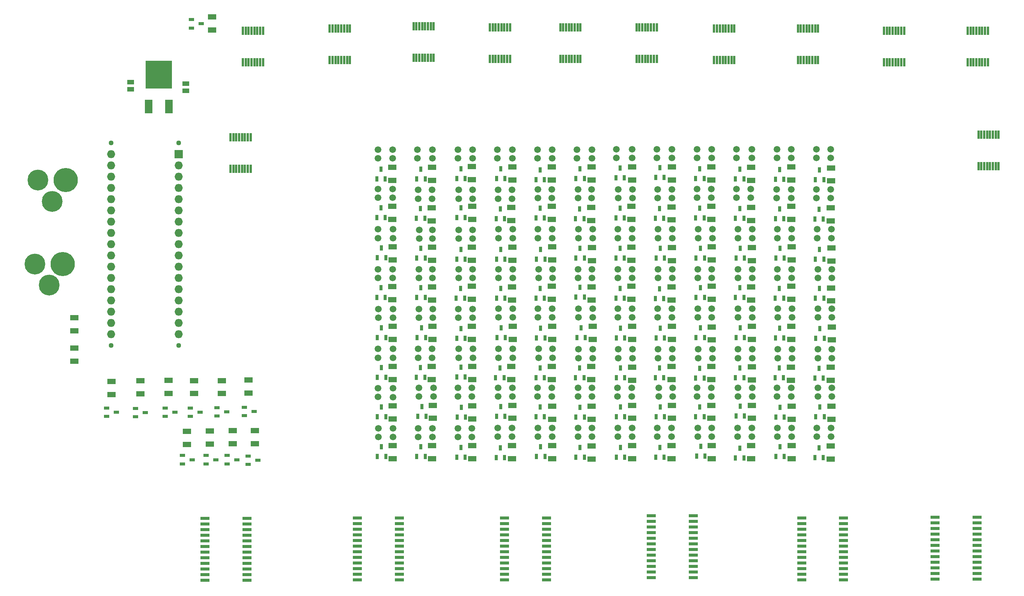
<source format=gbr>
%TF.GenerationSoftware,KiCad,Pcbnew,(5.1.6)-1*%
%TF.CreationDate,2021-11-11T13:14:54-05:00*%
%TF.ProjectId,ThermoPlate2_v1,54686572-6d6f-4506-9c61-7465325f7631,rev?*%
%TF.SameCoordinates,Original*%
%TF.FileFunction,Soldermask,Top*%
%TF.FilePolarity,Negative*%
%FSLAX46Y46*%
G04 Gerber Fmt 4.6, Leading zero omitted, Abs format (unit mm)*
G04 Created by KiCad (PCBNEW (5.1.6)-1) date 2021-11-11 13:14:54*
%MOMM*%
%LPD*%
G01*
G04 APERTURE LIST*
%ADD10R,1.852600X1.217600*%
%ADD11R,0.550000X1.900000*%
%ADD12R,1.490000X1.060000*%
%ADD13R,1.700000X3.100000*%
%ADD14R,5.900000X6.300000*%
%ADD15R,2.050000X0.750000*%
%ADD16C,5.460000*%
%ADD17C,4.700000*%
%ADD18C,1.500000*%
%ADD19C,1.116000*%
%ADD20O,1.827200X1.827200*%
%ADD21R,1.827200X1.827200*%
%ADD22R,1.150000X0.700000*%
%ADD23R,0.700000X1.150000*%
G04 APERTURE END LIST*
D10*
%TO.C,R109*%
X40800000Y-109226800D03*
X40800000Y-112173200D03*
%TD*%
%TO.C,R108*%
X40800000Y-102326800D03*
X40800000Y-105273200D03*
%TD*%
D11*
%TO.C,IC10*%
X150425000Y-43950000D03*
X151075000Y-43950000D03*
X151725000Y-43950000D03*
X152375000Y-43950000D03*
X153025000Y-43950000D03*
X153675000Y-43950000D03*
X154325000Y-43950000D03*
X154975000Y-43950000D03*
X154975000Y-36850000D03*
X154325000Y-36850000D03*
X153675000Y-36850000D03*
X153025000Y-36850000D03*
X152375000Y-36850000D03*
X151725000Y-36850000D03*
X151075000Y-36850000D03*
X150425000Y-36850000D03*
%TD*%
%TO.C,IC11*%
X167625000Y-36850000D03*
X168275000Y-36850000D03*
X168925000Y-36850000D03*
X169575000Y-36850000D03*
X170225000Y-36850000D03*
X170875000Y-36850000D03*
X171525000Y-36850000D03*
X172175000Y-36850000D03*
X172175000Y-43950000D03*
X171525000Y-43950000D03*
X170875000Y-43950000D03*
X170225000Y-43950000D03*
X169575000Y-43950000D03*
X168925000Y-43950000D03*
X168275000Y-43950000D03*
X167625000Y-43950000D03*
%TD*%
D10*
%TO.C,R36*%
X139600000Y-71273200D03*
X139600000Y-68326800D03*
%TD*%
D12*
%TO.C,C1*%
X66000000Y-51090000D03*
X66000000Y-49510000D03*
%TD*%
%TO.C,C2*%
X53500000Y-49210000D03*
X53500000Y-50790000D03*
%TD*%
D13*
%TO.C,IC1*%
X57615000Y-54679000D03*
X62185000Y-54679000D03*
D14*
X59900000Y-47500000D03*
%TD*%
D11*
%TO.C,IC2*%
X76025000Y-61650000D03*
X76675000Y-61650000D03*
X77325000Y-61650000D03*
X77975000Y-61650000D03*
X78625000Y-61650000D03*
X79275000Y-61650000D03*
X79925000Y-61650000D03*
X80575000Y-61650000D03*
X80575000Y-68750000D03*
X79925000Y-68750000D03*
X79275000Y-68750000D03*
X78625000Y-68750000D03*
X77975000Y-68750000D03*
X77325000Y-68750000D03*
X76675000Y-68750000D03*
X76025000Y-68750000D03*
%TD*%
D15*
%TO.C,IC3*%
X70275000Y-147615000D03*
X70275000Y-148885000D03*
X70275000Y-150155000D03*
X70275000Y-151425000D03*
X70275000Y-152695000D03*
X70275000Y-153965000D03*
X70275000Y-155235000D03*
X70275000Y-156505000D03*
X70275000Y-157775000D03*
X70275000Y-159045000D03*
X70275000Y-160315000D03*
X70275000Y-161585000D03*
X79725000Y-161585000D03*
X79725000Y-160315000D03*
X79725000Y-159045000D03*
X79725000Y-157775000D03*
X79725000Y-156505000D03*
X79725000Y-155235000D03*
X79725000Y-153965000D03*
X79725000Y-152695000D03*
X79725000Y-151425000D03*
X79725000Y-150155000D03*
X79725000Y-148885000D03*
X79725000Y-147615000D03*
%TD*%
D11*
%TO.C,IC4*%
X78825000Y-37550000D03*
X79475000Y-37550000D03*
X80125000Y-37550000D03*
X80775000Y-37550000D03*
X81425000Y-37550000D03*
X82075000Y-37550000D03*
X82725000Y-37550000D03*
X83375000Y-37550000D03*
X83375000Y-44650000D03*
X82725000Y-44650000D03*
X82075000Y-44650000D03*
X81425000Y-44650000D03*
X80775000Y-44650000D03*
X80125000Y-44650000D03*
X79475000Y-44650000D03*
X78825000Y-44650000D03*
%TD*%
%TO.C,IC5*%
X98425000Y-44150000D03*
X99075000Y-44150000D03*
X99725000Y-44150000D03*
X100375000Y-44150000D03*
X101025000Y-44150000D03*
X101675000Y-44150000D03*
X102325000Y-44150000D03*
X102975000Y-44150000D03*
X102975000Y-37050000D03*
X102325000Y-37050000D03*
X101675000Y-37050000D03*
X101025000Y-37050000D03*
X100375000Y-37050000D03*
X99725000Y-37050000D03*
X99075000Y-37050000D03*
X98425000Y-37050000D03*
%TD*%
D15*
%TO.C,IC6*%
X114125000Y-147515000D03*
X114125000Y-148785000D03*
X114125000Y-150055000D03*
X114125000Y-151325000D03*
X114125000Y-152595000D03*
X114125000Y-153865000D03*
X114125000Y-155135000D03*
X114125000Y-156405000D03*
X114125000Y-157675000D03*
X114125000Y-158945000D03*
X114125000Y-160215000D03*
X114125000Y-161485000D03*
X104675000Y-161485000D03*
X104675000Y-160215000D03*
X104675000Y-158945000D03*
X104675000Y-157675000D03*
X104675000Y-156405000D03*
X104675000Y-155135000D03*
X104675000Y-153865000D03*
X104675000Y-152595000D03*
X104675000Y-151325000D03*
X104675000Y-150055000D03*
X104675000Y-148785000D03*
X104675000Y-147515000D03*
%TD*%
D11*
%TO.C,IC7*%
X117325000Y-36550000D03*
X117975000Y-36550000D03*
X118625000Y-36550000D03*
X119275000Y-36550000D03*
X119925000Y-36550000D03*
X120575000Y-36550000D03*
X121225000Y-36550000D03*
X121875000Y-36550000D03*
X121875000Y-43650000D03*
X121225000Y-43650000D03*
X120575000Y-43650000D03*
X119925000Y-43650000D03*
X119275000Y-43650000D03*
X118625000Y-43650000D03*
X117975000Y-43650000D03*
X117325000Y-43650000D03*
%TD*%
%TO.C,IC8*%
X134525000Y-43950000D03*
X135175000Y-43950000D03*
X135825000Y-43950000D03*
X136475000Y-43950000D03*
X137125000Y-43950000D03*
X137775000Y-43950000D03*
X138425000Y-43950000D03*
X139075000Y-43950000D03*
X139075000Y-36850000D03*
X138425000Y-36850000D03*
X137775000Y-36850000D03*
X137125000Y-36850000D03*
X136475000Y-36850000D03*
X135825000Y-36850000D03*
X135175000Y-36850000D03*
X134525000Y-36850000D03*
%TD*%
D15*
%TO.C,IC9*%
X147325000Y-147515000D03*
X147325000Y-148785000D03*
X147325000Y-150055000D03*
X147325000Y-151325000D03*
X147325000Y-152595000D03*
X147325000Y-153865000D03*
X147325000Y-155135000D03*
X147325000Y-156405000D03*
X147325000Y-157675000D03*
X147325000Y-158945000D03*
X147325000Y-160215000D03*
X147325000Y-161485000D03*
X137875000Y-161485000D03*
X137875000Y-160215000D03*
X137875000Y-158945000D03*
X137875000Y-157675000D03*
X137875000Y-156405000D03*
X137875000Y-155135000D03*
X137875000Y-153865000D03*
X137875000Y-152595000D03*
X137875000Y-151325000D03*
X137875000Y-150055000D03*
X137875000Y-148785000D03*
X137875000Y-147515000D03*
%TD*%
%TO.C,IC12*%
X170975000Y-147015000D03*
X170975000Y-148285000D03*
X170975000Y-149555000D03*
X170975000Y-150825000D03*
X170975000Y-152095000D03*
X170975000Y-153365000D03*
X170975000Y-154635000D03*
X170975000Y-155905000D03*
X170975000Y-157175000D03*
X170975000Y-158445000D03*
X170975000Y-159715000D03*
X170975000Y-160985000D03*
X180425000Y-160985000D03*
X180425000Y-159715000D03*
X180425000Y-158445000D03*
X180425000Y-157175000D03*
X180425000Y-155905000D03*
X180425000Y-154635000D03*
X180425000Y-153365000D03*
X180425000Y-152095000D03*
X180425000Y-150825000D03*
X180425000Y-149555000D03*
X180425000Y-148285000D03*
X180425000Y-147015000D03*
%TD*%
D11*
%TO.C,IC13*%
X185125000Y-37050000D03*
X185775000Y-37050000D03*
X186425000Y-37050000D03*
X187075000Y-37050000D03*
X187725000Y-37050000D03*
X188375000Y-37050000D03*
X189025000Y-37050000D03*
X189675000Y-37050000D03*
X189675000Y-44150000D03*
X189025000Y-44150000D03*
X188375000Y-44150000D03*
X187725000Y-44150000D03*
X187075000Y-44150000D03*
X186425000Y-44150000D03*
X185775000Y-44150000D03*
X185125000Y-44150000D03*
%TD*%
%TO.C,IC14*%
X204025000Y-37050000D03*
X204675000Y-37050000D03*
X205325000Y-37050000D03*
X205975000Y-37050000D03*
X206625000Y-37050000D03*
X207275000Y-37050000D03*
X207925000Y-37050000D03*
X208575000Y-37050000D03*
X208575000Y-44150000D03*
X207925000Y-44150000D03*
X207275000Y-44150000D03*
X206625000Y-44150000D03*
X205975000Y-44150000D03*
X205325000Y-44150000D03*
X204675000Y-44150000D03*
X204025000Y-44150000D03*
%TD*%
D15*
%TO.C,IC15*%
X204875000Y-147515000D03*
X204875000Y-148785000D03*
X204875000Y-150055000D03*
X204875000Y-151325000D03*
X204875000Y-152595000D03*
X204875000Y-153865000D03*
X204875000Y-155135000D03*
X204875000Y-156405000D03*
X204875000Y-157675000D03*
X204875000Y-158945000D03*
X204875000Y-160215000D03*
X204875000Y-161485000D03*
X214325000Y-161485000D03*
X214325000Y-160215000D03*
X214325000Y-158945000D03*
X214325000Y-157675000D03*
X214325000Y-156405000D03*
X214325000Y-155135000D03*
X214325000Y-153865000D03*
X214325000Y-152595000D03*
X214325000Y-151325000D03*
X214325000Y-150055000D03*
X214325000Y-148785000D03*
X214325000Y-147515000D03*
%TD*%
D11*
%TO.C,IC16*%
X223425000Y-44650000D03*
X224075000Y-44650000D03*
X224725000Y-44650000D03*
X225375000Y-44650000D03*
X226025000Y-44650000D03*
X226675000Y-44650000D03*
X227325000Y-44650000D03*
X227975000Y-44650000D03*
X227975000Y-37550000D03*
X227325000Y-37550000D03*
X226675000Y-37550000D03*
X226025000Y-37550000D03*
X225375000Y-37550000D03*
X224725000Y-37550000D03*
X224075000Y-37550000D03*
X223425000Y-37550000D03*
%TD*%
%TO.C,IC17*%
X242325000Y-44650000D03*
X242975000Y-44650000D03*
X243625000Y-44650000D03*
X244275000Y-44650000D03*
X244925000Y-44650000D03*
X245575000Y-44650000D03*
X246225000Y-44650000D03*
X246875000Y-44650000D03*
X246875000Y-37550000D03*
X246225000Y-37550000D03*
X245575000Y-37550000D03*
X244925000Y-37550000D03*
X244275000Y-37550000D03*
X243625000Y-37550000D03*
X242975000Y-37550000D03*
X242325000Y-37550000D03*
%TD*%
D15*
%TO.C,IC18*%
X244425000Y-147415000D03*
X244425000Y-148685000D03*
X244425000Y-149955000D03*
X244425000Y-151225000D03*
X244425000Y-152495000D03*
X244425000Y-153765000D03*
X244425000Y-155035000D03*
X244425000Y-156305000D03*
X244425000Y-157575000D03*
X244425000Y-158845000D03*
X244425000Y-160115000D03*
X244425000Y-161385000D03*
X234975000Y-161385000D03*
X234975000Y-160115000D03*
X234975000Y-158845000D03*
X234975000Y-157575000D03*
X234975000Y-156305000D03*
X234975000Y-155035000D03*
X234975000Y-153765000D03*
X234975000Y-152495000D03*
X234975000Y-151225000D03*
X234975000Y-149955000D03*
X234975000Y-148685000D03*
X234975000Y-147415000D03*
%TD*%
D11*
%TO.C,IC19*%
X244750000Y-68100000D03*
X245400000Y-68100000D03*
X246050000Y-68100000D03*
X246700000Y-68100000D03*
X247350000Y-68100000D03*
X248000000Y-68100000D03*
X248650000Y-68100000D03*
X249300000Y-68100000D03*
X249300000Y-61000000D03*
X248650000Y-61000000D03*
X248000000Y-61000000D03*
X247350000Y-61000000D03*
X246700000Y-61000000D03*
X246050000Y-61000000D03*
X245400000Y-61000000D03*
X244750000Y-61000000D03*
%TD*%
D16*
%TO.C,J1*%
X38850000Y-71300000D03*
D17*
X32600000Y-71300000D03*
X35850000Y-76100000D03*
%TD*%
%TO.C,J2*%
X35150000Y-95000000D03*
X31900000Y-90200000D03*
D16*
X38150000Y-90200000D03*
%TD*%
D10*
%TO.C,R1*%
X49200000Y-119673200D03*
X49200000Y-116726800D03*
%TD*%
%TO.C,R2*%
X55700000Y-116600000D03*
X55700000Y-119546400D03*
%TD*%
%TO.C,R3*%
X62100000Y-119446400D03*
X62100000Y-116500000D03*
%TD*%
%TO.C,R4*%
X67800000Y-116526800D03*
X67800000Y-119473200D03*
%TD*%
%TO.C,R5*%
X74100000Y-119473200D03*
X74100000Y-116526800D03*
%TD*%
%TO.C,R6*%
X80100000Y-116426800D03*
X80100000Y-119373200D03*
%TD*%
%TO.C,R7*%
X66200000Y-130973200D03*
X66200000Y-128026800D03*
%TD*%
%TO.C,R8*%
X71400000Y-127926800D03*
X71400000Y-130873200D03*
%TD*%
%TO.C,R9*%
X76500000Y-130773200D03*
X76500000Y-127826800D03*
%TD*%
%TO.C,R10*%
X81500000Y-127826800D03*
X81500000Y-130773200D03*
%TD*%
%TO.C,R11*%
X112500000Y-71373200D03*
X112500000Y-68426800D03*
%TD*%
%TO.C,R12*%
X112500000Y-77226800D03*
X112500000Y-80173200D03*
%TD*%
%TO.C,R13*%
X112600000Y-86326800D03*
X112600000Y-89273200D03*
%TD*%
%TO.C,R14*%
X112500000Y-98273200D03*
X112500000Y-95326800D03*
%TD*%
%TO.C,R15*%
X112600000Y-104326800D03*
X112600000Y-107273200D03*
%TD*%
%TO.C,R16*%
X112600000Y-113326800D03*
X112600000Y-116273200D03*
%TD*%
%TO.C,R17*%
X112600000Y-125173200D03*
X112600000Y-122226800D03*
%TD*%
%TO.C,R18*%
X112600000Y-134173200D03*
X112600000Y-131226800D03*
%TD*%
%TO.C,R19*%
X71900000Y-37373200D03*
X71900000Y-34426800D03*
%TD*%
%TO.C,R20*%
X121500000Y-71373200D03*
X121500000Y-68426800D03*
%TD*%
%TO.C,R21*%
X121400000Y-77526800D03*
X121400000Y-80473200D03*
%TD*%
%TO.C,R22*%
X121500000Y-86426800D03*
X121500000Y-89373200D03*
%TD*%
%TO.C,R23*%
X121500000Y-98346400D03*
X121500000Y-95400000D03*
%TD*%
%TO.C,R24*%
X121600000Y-107273200D03*
X121600000Y-104326800D03*
%TD*%
%TO.C,R25*%
X121400000Y-116273200D03*
X121400000Y-113326800D03*
%TD*%
%TO.C,R26*%
X121700000Y-125073200D03*
X121700000Y-122126800D03*
%TD*%
%TO.C,R27*%
X121500000Y-131226800D03*
X121500000Y-134173200D03*
%TD*%
%TO.C,R28*%
X130500000Y-71173200D03*
X130500000Y-68226800D03*
%TD*%
%TO.C,R29*%
X130600000Y-77226800D03*
X130600000Y-80173200D03*
%TD*%
%TO.C,R30*%
X130500000Y-89373200D03*
X130500000Y-86426800D03*
%TD*%
%TO.C,R31*%
X130500000Y-95226800D03*
X130500000Y-98173200D03*
%TD*%
%TO.C,R32*%
X130500000Y-104326800D03*
X130500000Y-107273200D03*
%TD*%
%TO.C,R33*%
X130600000Y-113326800D03*
X130600000Y-116273200D03*
%TD*%
%TO.C,R34*%
X130600000Y-125173200D03*
X130600000Y-122226800D03*
%TD*%
%TO.C,R35*%
X130600000Y-131200000D03*
X130600000Y-134146400D03*
%TD*%
%TO.C,R37*%
X139400000Y-77426800D03*
X139400000Y-80373200D03*
%TD*%
%TO.C,R38*%
X139600000Y-86426800D03*
X139600000Y-89373200D03*
%TD*%
%TO.C,R39*%
X139500000Y-98373200D03*
X139500000Y-95426800D03*
%TD*%
%TO.C,R40*%
X139700000Y-107273200D03*
X139700000Y-104326800D03*
%TD*%
%TO.C,R41*%
X139400000Y-113326800D03*
X139400000Y-116273200D03*
%TD*%
%TO.C,R42*%
X139600000Y-122126800D03*
X139600000Y-125073200D03*
%TD*%
%TO.C,R43*%
X139500000Y-134173200D03*
X139500000Y-131226800D03*
%TD*%
%TO.C,R44*%
X148500000Y-71273200D03*
X148500000Y-68326800D03*
%TD*%
%TO.C,R45*%
X148500000Y-77226800D03*
X148500000Y-80173200D03*
%TD*%
%TO.C,R46*%
X148600000Y-86326800D03*
X148600000Y-89273200D03*
%TD*%
%TO.C,R47*%
X148500000Y-95226800D03*
X148500000Y-98173200D03*
%TD*%
%TO.C,R48*%
X148600000Y-107273200D03*
X148600000Y-104326800D03*
%TD*%
%TO.C,R49*%
X148500000Y-113326800D03*
X148500000Y-116273200D03*
%TD*%
%TO.C,R50*%
X148600000Y-122326800D03*
X148600000Y-125273200D03*
%TD*%
%TO.C,R51*%
X148600000Y-134173200D03*
X148600000Y-131226800D03*
%TD*%
%TO.C,R52*%
X157500000Y-71273200D03*
X157500000Y-68326800D03*
%TD*%
%TO.C,R53*%
X157400000Y-77426800D03*
X157400000Y-80373200D03*
%TD*%
%TO.C,R54*%
X157600000Y-86526800D03*
X157600000Y-89473200D03*
%TD*%
%TO.C,R55*%
X157500000Y-98373200D03*
X157500000Y-95426800D03*
%TD*%
%TO.C,R56*%
X157700000Y-107273200D03*
X157700000Y-104326800D03*
%TD*%
%TO.C,R57*%
X157400000Y-116273200D03*
X157400000Y-113326800D03*
%TD*%
%TO.C,R58*%
X157500000Y-125273200D03*
X157500000Y-122326800D03*
%TD*%
%TO.C,R59*%
X157500000Y-131300000D03*
X157500000Y-134246400D03*
%TD*%
%TO.C,R60*%
X166600000Y-68326800D03*
X166600000Y-71273200D03*
%TD*%
%TO.C,R61*%
X166500000Y-80173200D03*
X166500000Y-77226800D03*
%TD*%
%TO.C,R62*%
X166500000Y-86426800D03*
X166500000Y-89373200D03*
%TD*%
%TO.C,R63*%
X166500000Y-98173200D03*
X166500000Y-95226800D03*
%TD*%
%TO.C,R64*%
X166600000Y-107273200D03*
X166600000Y-104326800D03*
%TD*%
%TO.C,R65*%
X166600000Y-113526800D03*
X166600000Y-116473200D03*
%TD*%
%TO.C,R66*%
X166600000Y-122126800D03*
X166600000Y-125073200D03*
%TD*%
%TO.C,R67*%
X166600000Y-134173200D03*
X166600000Y-131226800D03*
%TD*%
%TO.C,R68*%
X175600000Y-71273200D03*
X175600000Y-68326800D03*
%TD*%
%TO.C,R69*%
X175500000Y-77326800D03*
X175500000Y-80273200D03*
%TD*%
%TO.C,R70*%
X175600000Y-86526800D03*
X175600000Y-89473200D03*
%TD*%
%TO.C,R71*%
X175500000Y-98346400D03*
X175500000Y-95400000D03*
%TD*%
%TO.C,R72*%
X175600000Y-104326800D03*
X175600000Y-107273200D03*
%TD*%
%TO.C,R73*%
X175500000Y-116313001D03*
X175500000Y-113366601D03*
%TD*%
%TO.C,R74*%
X175600000Y-125073200D03*
X175600000Y-122126800D03*
%TD*%
%TO.C,R75*%
X175500000Y-131226800D03*
X175500000Y-134173200D03*
%TD*%
%TO.C,R76*%
X184500000Y-68326800D03*
X184500000Y-71273200D03*
%TD*%
%TO.C,R77*%
X184500000Y-80173200D03*
X184500000Y-77226800D03*
%TD*%
%TO.C,R78*%
X184600000Y-89273200D03*
X184600000Y-86326800D03*
%TD*%
%TO.C,R79*%
X184600000Y-95226800D03*
X184600000Y-98173200D03*
%TD*%
%TO.C,R80*%
X184600000Y-104426800D03*
X184600000Y-107373200D03*
%TD*%
%TO.C,R81*%
X184500000Y-116273200D03*
X184500000Y-113326800D03*
%TD*%
%TO.C,R82*%
X184500000Y-125073200D03*
X184500000Y-122126800D03*
%TD*%
%TO.C,R83*%
X184600000Y-131226800D03*
X184600000Y-134173200D03*
%TD*%
%TO.C,R84*%
X193500000Y-68426800D03*
X193500000Y-71373200D03*
%TD*%
%TO.C,R85*%
X193500000Y-80373200D03*
X193500000Y-77426800D03*
%TD*%
%TO.C,R86*%
X193600000Y-89473200D03*
X193600000Y-86526800D03*
%TD*%
%TO.C,R87*%
X193500000Y-95426800D03*
X193500000Y-98373200D03*
%TD*%
%TO.C,R88*%
X193600000Y-104326800D03*
X193600000Y-107273200D03*
%TD*%
%TO.C,R89*%
X193600000Y-116373200D03*
X193600000Y-113426800D03*
%TD*%
%TO.C,R90*%
X193600000Y-125073200D03*
X193600000Y-122126800D03*
%TD*%
%TO.C,R91*%
X193500000Y-131226800D03*
X193500000Y-134173200D03*
%TD*%
%TO.C,R92*%
X202500000Y-68326800D03*
X202500000Y-71273200D03*
%TD*%
%TO.C,R93*%
X202500000Y-80173200D03*
X202500000Y-77226800D03*
%TD*%
%TO.C,R94*%
X202600000Y-89273200D03*
X202600000Y-86326800D03*
%TD*%
%TO.C,R95*%
X202500000Y-95226800D03*
X202500000Y-98173200D03*
%TD*%
%TO.C,R96*%
X202500000Y-104326800D03*
X202500000Y-107273200D03*
%TD*%
%TO.C,R97*%
X202400000Y-116473200D03*
X202400000Y-113526800D03*
%TD*%
%TO.C,R98*%
X202600000Y-125273200D03*
X202600000Y-122326800D03*
%TD*%
%TO.C,R99*%
X202600000Y-131226800D03*
X202600000Y-134173200D03*
%TD*%
%TO.C,R100*%
X211500000Y-68526800D03*
X211500000Y-71473200D03*
%TD*%
%TO.C,R101*%
X211400000Y-80473200D03*
X211400000Y-77526800D03*
%TD*%
%TO.C,R102*%
X211600000Y-89573200D03*
X211600000Y-86626800D03*
%TD*%
%TO.C,R103*%
X211500000Y-95626800D03*
X211500000Y-98573200D03*
%TD*%
%TO.C,R104*%
X211700000Y-104426800D03*
X211700000Y-107373200D03*
%TD*%
%TO.C,R105*%
X211400000Y-116473200D03*
X211400000Y-113526800D03*
%TD*%
%TO.C,R106*%
X211600000Y-125273200D03*
X211600000Y-122326800D03*
%TD*%
%TO.C,R107*%
X211400000Y-131326800D03*
X211400000Y-134273200D03*
%TD*%
D18*
%TO.C,RT1*%
X112605000Y-64393500D03*
X112605000Y-66362000D03*
%TD*%
%TO.C,RT2*%
X109305000Y-64393500D03*
X109305000Y-66362000D03*
%TD*%
%TO.C,RT3*%
X112605000Y-75262000D03*
X112605000Y-73293500D03*
%TD*%
%TO.C,RT4*%
X109305000Y-73293500D03*
X109305000Y-75262000D03*
%TD*%
%TO.C,RT5*%
X112705000Y-84362000D03*
X112705000Y-82393500D03*
%TD*%
%TO.C,RT6*%
X109305000Y-82393500D03*
X109305000Y-84362000D03*
%TD*%
%TO.C,RT7*%
X112605000Y-93362000D03*
X112605000Y-91393500D03*
%TD*%
%TO.C,RT8*%
X109305000Y-91393500D03*
X109305000Y-93362000D03*
%TD*%
%TO.C,RT9*%
X112705000Y-102362000D03*
X112705000Y-100393500D03*
%TD*%
%TO.C,RT10*%
X109405000Y-102362000D03*
X109405000Y-100393500D03*
%TD*%
%TO.C,RT11*%
X112700000Y-111362000D03*
X112700000Y-109393500D03*
%TD*%
%TO.C,RT12*%
X109305000Y-109393500D03*
X109305000Y-111362000D03*
%TD*%
%TO.C,RT13*%
X112705000Y-118293500D03*
X112705000Y-120262000D03*
%TD*%
%TO.C,RT14*%
X109305000Y-120200000D03*
X109305000Y-118231500D03*
%TD*%
%TO.C,RT15*%
X112700000Y-127331500D03*
X112700000Y-129300000D03*
%TD*%
%TO.C,RT16*%
X109405000Y-129262000D03*
X109405000Y-127293500D03*
%TD*%
%TO.C,RT17*%
X121605000Y-66362000D03*
X121605000Y-64393500D03*
%TD*%
%TO.C,RT18*%
X118205000Y-66362000D03*
X118205000Y-64393500D03*
%TD*%
%TO.C,RT19*%
X121505000Y-73493500D03*
X121505000Y-75462000D03*
%TD*%
%TO.C,RT20*%
X118405000Y-75462000D03*
X118405000Y-73493500D03*
%TD*%
%TO.C,RT21*%
X121605000Y-84462000D03*
X121605000Y-82493500D03*
%TD*%
%TO.C,RT22*%
X118605000Y-82493500D03*
X118605000Y-84462000D03*
%TD*%
%TO.C,RT23*%
X121605000Y-93362000D03*
X121605000Y-91393500D03*
%TD*%
%TO.C,RT24*%
X118505000Y-91393500D03*
X118505000Y-93362000D03*
%TD*%
%TO.C,RT25*%
X121705000Y-102362000D03*
X121705000Y-100393500D03*
%TD*%
%TO.C,RT26*%
X118505000Y-100393500D03*
X118505000Y-102362000D03*
%TD*%
%TO.C,RT27*%
X121505000Y-109393500D03*
X121505000Y-111362000D03*
%TD*%
%TO.C,RT28*%
X118405000Y-111362000D03*
X118405000Y-109393500D03*
%TD*%
%TO.C,RT29*%
X121805000Y-118193500D03*
X121805000Y-120162000D03*
%TD*%
%TO.C,RT30*%
X118505000Y-118193500D03*
X118505000Y-120162000D03*
%TD*%
%TO.C,RT31*%
X121605000Y-129262000D03*
X121605000Y-127293500D03*
%TD*%
%TO.C,RT32*%
X118405000Y-127293500D03*
X118405000Y-129262000D03*
%TD*%
%TO.C,RT33*%
X130605000Y-66362000D03*
X130605000Y-64393500D03*
%TD*%
%TO.C,RT34*%
X127305000Y-64393500D03*
X127305000Y-66362000D03*
%TD*%
%TO.C,RT35*%
X130605000Y-75462000D03*
X130605000Y-73493500D03*
%TD*%
%TO.C,RT36*%
X127505000Y-75462000D03*
X127505000Y-73493500D03*
%TD*%
%TO.C,RT37*%
X130605000Y-82493500D03*
X130605000Y-84462000D03*
%TD*%
%TO.C,RT38*%
X127505000Y-84462000D03*
X127505000Y-82493500D03*
%TD*%
%TO.C,RT39*%
X130605000Y-93362000D03*
X130605000Y-91393500D03*
%TD*%
%TO.C,RT40*%
X127505000Y-91393500D03*
X127505000Y-93362000D03*
%TD*%
%TO.C,RT41*%
X130605000Y-100393500D03*
X130605000Y-102362000D03*
%TD*%
%TO.C,RT42*%
X127405000Y-102362000D03*
X127405000Y-100393500D03*
%TD*%
%TO.C,RT43*%
X130705000Y-111362000D03*
X130705000Y-109393500D03*
%TD*%
%TO.C,RT44*%
X127505000Y-111362000D03*
X127505000Y-109393500D03*
%TD*%
%TO.C,RT45*%
X130505000Y-118193500D03*
X130505000Y-120162000D03*
%TD*%
%TO.C,RT46*%
X127305000Y-118193500D03*
X127305000Y-120162000D03*
%TD*%
%TO.C,RT47*%
X130505000Y-129262000D03*
X130505000Y-127293500D03*
%TD*%
%TO.C,RT48*%
X127305000Y-129262000D03*
X127305000Y-127293500D03*
%TD*%
%TO.C,RT49*%
X139605000Y-64393500D03*
X139605000Y-66362000D03*
%TD*%
%TO.C,RT50*%
X136205000Y-64393500D03*
X136205000Y-66362000D03*
%TD*%
%TO.C,RT51*%
X139505000Y-75462000D03*
X139505000Y-73493500D03*
%TD*%
%TO.C,RT52*%
X136405000Y-73493500D03*
X136405000Y-75462000D03*
%TD*%
%TO.C,RT53*%
X139705000Y-84362000D03*
X139705000Y-82393500D03*
%TD*%
%TO.C,RT54*%
X136505000Y-82393500D03*
X136505000Y-84362000D03*
%TD*%
%TO.C,RT55*%
X139705000Y-93362000D03*
X139705000Y-91393500D03*
%TD*%
%TO.C,RT56*%
X136505000Y-91393500D03*
X136505000Y-93362000D03*
%TD*%
%TO.C,RT57*%
X139705000Y-100293500D03*
X139705000Y-102262000D03*
%TD*%
%TO.C,RT58*%
X136505000Y-102262000D03*
X136505000Y-100293500D03*
%TD*%
%TO.C,RT59*%
X139705000Y-109393500D03*
X139705000Y-111362000D03*
%TD*%
%TO.C,RT60*%
X136505000Y-109393500D03*
X136505000Y-111362000D03*
%TD*%
%TO.C,RT61*%
X139605000Y-120162000D03*
X139605000Y-118193500D03*
%TD*%
%TO.C,RT62*%
X136405000Y-118193500D03*
X136405000Y-120162000D03*
%TD*%
%TO.C,RT63*%
X139505000Y-129162000D03*
X139505000Y-127193500D03*
%TD*%
%TO.C,RT64*%
X136305000Y-129162000D03*
X136305000Y-127193500D03*
%TD*%
%TO.C,RT65*%
X148605000Y-66362000D03*
X148605000Y-64393500D03*
%TD*%
%TO.C,RT66*%
X145305000Y-64393500D03*
X145305000Y-66362000D03*
%TD*%
%TO.C,RT67*%
X148505000Y-75362000D03*
X148505000Y-73393500D03*
%TD*%
%TO.C,RT68*%
X145405000Y-73393500D03*
X145405000Y-75362000D03*
%TD*%
%TO.C,RT69*%
X148605000Y-84362000D03*
X148605000Y-82393500D03*
%TD*%
%TO.C,RT70*%
X145405000Y-82393500D03*
X145405000Y-84362000D03*
%TD*%
%TO.C,RT71*%
X148705000Y-93362000D03*
X148705000Y-91393500D03*
%TD*%
%TO.C,RT72*%
X145505000Y-91393500D03*
X145505000Y-93362000D03*
%TD*%
%TO.C,RT73*%
X148605000Y-100293500D03*
X148605000Y-102262000D03*
%TD*%
%TO.C,RT74*%
X145405000Y-100293500D03*
X145405000Y-102262000D03*
%TD*%
%TO.C,RT75*%
X148705000Y-111362000D03*
X148705000Y-109393500D03*
%TD*%
%TO.C,RT76*%
X145505000Y-109393500D03*
X145505000Y-111362000D03*
%TD*%
%TO.C,RT77*%
X148505000Y-120162000D03*
X148505000Y-118193500D03*
%TD*%
%TO.C,RT78*%
X145305000Y-118193500D03*
X145305000Y-120162000D03*
%TD*%
%TO.C,RT79*%
X148605000Y-129162000D03*
X148605000Y-127193500D03*
%TD*%
%TO.C,RT80*%
X145405000Y-129162000D03*
X145405000Y-127193500D03*
%TD*%
%TO.C,RT81*%
X157605000Y-66362000D03*
X157605000Y-64393500D03*
%TD*%
%TO.C,RT82*%
X154205000Y-66362000D03*
X154205000Y-64393500D03*
%TD*%
%TO.C,RT83*%
X157505000Y-73393500D03*
X157505000Y-75362000D03*
%TD*%
%TO.C,RT84*%
X154405000Y-73393500D03*
X154405000Y-75362000D03*
%TD*%
%TO.C,RT85*%
X157705000Y-82393500D03*
X157705000Y-84362000D03*
%TD*%
%TO.C,RT86*%
X154505000Y-84362000D03*
X154505000Y-82393500D03*
%TD*%
%TO.C,RT87*%
X157605000Y-91393500D03*
X157605000Y-93362000D03*
%TD*%
%TO.C,RT88*%
X154405000Y-93362000D03*
X154405000Y-91393500D03*
%TD*%
%TO.C,RT89*%
X157705000Y-100293500D03*
X157705000Y-102262000D03*
%TD*%
%TO.C,RT90*%
X154505000Y-100293500D03*
X154505000Y-102262000D03*
%TD*%
%TO.C,RT91*%
X157705000Y-111462000D03*
X157705000Y-109493500D03*
%TD*%
%TO.C,RT92*%
X154505000Y-111462000D03*
X154505000Y-109493500D03*
%TD*%
%TO.C,RT93*%
X157605000Y-118193500D03*
X157605000Y-120162000D03*
%TD*%
%TO.C,RT94*%
X154405000Y-120162000D03*
X154405000Y-118193500D03*
%TD*%
%TO.C,RT95*%
X157605000Y-129162000D03*
X157605000Y-127193500D03*
%TD*%
%TO.C,RT96*%
X154405000Y-127193500D03*
X154405000Y-129162000D03*
%TD*%
%TO.C,RT97*%
X166605000Y-64293500D03*
X166605000Y-66262000D03*
%TD*%
%TO.C,RT98*%
X163105000Y-66262000D03*
X163105000Y-64293500D03*
%TD*%
%TO.C,RT99*%
X166705000Y-73393500D03*
X166705000Y-75362000D03*
%TD*%
%TO.C,RT100*%
X163505000Y-75362000D03*
X163505000Y-73393500D03*
%TD*%
%TO.C,RT101*%
X166605000Y-82393500D03*
X166605000Y-84362000D03*
%TD*%
%TO.C,RT102*%
X163405000Y-82393500D03*
X163405000Y-84362000D03*
%TD*%
%TO.C,RT103*%
X166605000Y-93362000D03*
X166605000Y-91393500D03*
%TD*%
%TO.C,RT104*%
X163405000Y-91393500D03*
X163405000Y-93362000D03*
%TD*%
%TO.C,RT105*%
X166605000Y-102262000D03*
X166605000Y-100293500D03*
%TD*%
%TO.C,RT106*%
X163405000Y-100293500D03*
X163405000Y-102262000D03*
%TD*%
%TO.C,RT107*%
X166705000Y-109493500D03*
X166705000Y-111462000D03*
%TD*%
%TO.C,RT108*%
X163505000Y-109493500D03*
X163505000Y-111462000D03*
%TD*%
%TO.C,RT109*%
X166505000Y-120162000D03*
X166505000Y-118193500D03*
%TD*%
%TO.C,RT110*%
X163305000Y-120162000D03*
X163305000Y-118193500D03*
%TD*%
%TO.C,RT111*%
X166605000Y-127193500D03*
X166605000Y-129162000D03*
%TD*%
%TO.C,RT112*%
X163405000Y-127193500D03*
X163405000Y-129162000D03*
%TD*%
%TO.C,RT113*%
X175605000Y-64293500D03*
X175605000Y-66262000D03*
%TD*%
%TO.C,RT114*%
X172205000Y-66262000D03*
X172205000Y-64293500D03*
%TD*%
%TO.C,RT115*%
X175605000Y-73393500D03*
X175605000Y-75362000D03*
%TD*%
%TO.C,RT116*%
X172405000Y-75362000D03*
X172405000Y-73393500D03*
%TD*%
%TO.C,RT117*%
X175705000Y-82393500D03*
X175705000Y-84362000D03*
%TD*%
%TO.C,RT118*%
X172505000Y-84362000D03*
X172505000Y-82393500D03*
%TD*%
%TO.C,RT119*%
X175705000Y-91393500D03*
X175705000Y-93362000D03*
%TD*%
%TO.C,RT120*%
X172505000Y-93362000D03*
X172505000Y-91393500D03*
%TD*%
%TO.C,RT121*%
X175605000Y-102262000D03*
X175605000Y-100293500D03*
%TD*%
%TO.C,RT122*%
X172405000Y-100293500D03*
X172405000Y-102262000D03*
%TD*%
%TO.C,RT123*%
X175705000Y-109493500D03*
X175705000Y-111462000D03*
%TD*%
%TO.C,RT124*%
X172505000Y-109493500D03*
X172505000Y-111462000D03*
%TD*%
%TO.C,RT125*%
X175805000Y-120162000D03*
X175805000Y-118193500D03*
%TD*%
%TO.C,RT126*%
X172605000Y-118193500D03*
X172605000Y-120162000D03*
%TD*%
%TO.C,RT127*%
X175505000Y-129162000D03*
X175505000Y-127193500D03*
%TD*%
%TO.C,RT128*%
X172305000Y-129162000D03*
X172305000Y-127193500D03*
%TD*%
%TO.C,RT129*%
X184605000Y-64293500D03*
X184605000Y-66262000D03*
%TD*%
%TO.C,RT130*%
X181305000Y-64293500D03*
X181305000Y-66262000D03*
%TD*%
%TO.C,RT131*%
X184505000Y-75262000D03*
X184505000Y-73293500D03*
%TD*%
%TO.C,RT132*%
X181305000Y-75262000D03*
X181305000Y-73293500D03*
%TD*%
%TO.C,RT133*%
X184705000Y-82393500D03*
X184705000Y-84362000D03*
%TD*%
%TO.C,RT134*%
X181505000Y-84362000D03*
X181505000Y-82393500D03*
%TD*%
%TO.C,RT135*%
X184605000Y-91393500D03*
X184605000Y-93362000D03*
%TD*%
%TO.C,RT136*%
X181405000Y-93368500D03*
X181405000Y-91400000D03*
%TD*%
%TO.C,RT137*%
X184605000Y-102262000D03*
X184605000Y-100293500D03*
%TD*%
%TO.C,RT138*%
X181405000Y-102262000D03*
X181405000Y-100293500D03*
%TD*%
%TO.C,RT139*%
X184705000Y-109493500D03*
X184705000Y-111462000D03*
%TD*%
%TO.C,RT140*%
X181505000Y-111462000D03*
X181505000Y-109493500D03*
%TD*%
%TO.C,RT141*%
X184505000Y-118193500D03*
X184505000Y-120162000D03*
%TD*%
%TO.C,RT142*%
X181305000Y-118193500D03*
X181305000Y-120162000D03*
%TD*%
%TO.C,RT143*%
X184605000Y-129162000D03*
X184605000Y-127193500D03*
%TD*%
%TO.C,RT144*%
X181405000Y-129162000D03*
X181405000Y-127193500D03*
%TD*%
%TO.C,RT145*%
X193605000Y-64293500D03*
X193605000Y-66262000D03*
%TD*%
%TO.C,RT146*%
X190205000Y-64293500D03*
X190205000Y-66262000D03*
%TD*%
%TO.C,RT147*%
X193405000Y-73293500D03*
X193405000Y-75262000D03*
%TD*%
%TO.C,RT148*%
X190205000Y-75262000D03*
X190205000Y-73293500D03*
%TD*%
%TO.C,RT149*%
X193705000Y-84362000D03*
X193705000Y-82393500D03*
%TD*%
%TO.C,RT150*%
X190505000Y-82393500D03*
X190505000Y-84362000D03*
%TD*%
%TO.C,RT151*%
X193705000Y-93362000D03*
X193705000Y-91393500D03*
%TD*%
%TO.C,RT152*%
X190505000Y-91393500D03*
X190505000Y-93362000D03*
%TD*%
%TO.C,RT153*%
X193705000Y-100293500D03*
X193705000Y-102262000D03*
%TD*%
%TO.C,RT154*%
X190505000Y-102262000D03*
X190505000Y-100293500D03*
%TD*%
%TO.C,RT155*%
X193705000Y-109493500D03*
X193705000Y-111462000D03*
%TD*%
%TO.C,RT156*%
X190505000Y-109493500D03*
X190505000Y-111462000D03*
%TD*%
%TO.C,RT157*%
X193705000Y-120162000D03*
X193705000Y-118193500D03*
%TD*%
%TO.C,RT158*%
X190505000Y-118193500D03*
X190505000Y-120162000D03*
%TD*%
%TO.C,RT159*%
X193605000Y-129162000D03*
X193605000Y-127193500D03*
%TD*%
%TO.C,RT160*%
X190405000Y-129162000D03*
X190405000Y-127193500D03*
%TD*%
%TO.C,RT161*%
X202505000Y-66262000D03*
X202505000Y-64293500D03*
%TD*%
%TO.C,RT162*%
X199305000Y-64293500D03*
X199305000Y-66262000D03*
%TD*%
%TO.C,RT163*%
X202505000Y-75362000D03*
X202505000Y-73393500D03*
%TD*%
%TO.C,RT164*%
X199205000Y-75362000D03*
X199205000Y-73393500D03*
%TD*%
%TO.C,RT165*%
X202605000Y-84362000D03*
X202605000Y-82393500D03*
%TD*%
%TO.C,RT166*%
X199405000Y-82393500D03*
X199405000Y-84362000D03*
%TD*%
%TO.C,RT167*%
X202605000Y-93362000D03*
X202605000Y-91393500D03*
%TD*%
%TO.C,RT168*%
X199405000Y-91393500D03*
X199405000Y-93362000D03*
%TD*%
%TO.C,RT169*%
X202705000Y-100293500D03*
X202705000Y-102262000D03*
%TD*%
%TO.C,RT170*%
X199505000Y-100293500D03*
X199505000Y-102262000D03*
%TD*%
%TO.C,RT171*%
X202705000Y-111462000D03*
X202705000Y-109493500D03*
%TD*%
%TO.C,RT172*%
X199505000Y-111462000D03*
X199505000Y-109493500D03*
%TD*%
%TO.C,RT173*%
X202505000Y-118193500D03*
X202505000Y-120162000D03*
%TD*%
%TO.C,RT174*%
X199305000Y-120162000D03*
X199305000Y-118193500D03*
%TD*%
%TO.C,RT175*%
X202605000Y-129162000D03*
X202605000Y-127193500D03*
%TD*%
%TO.C,RT176*%
X199405000Y-127193500D03*
X199405000Y-129162000D03*
%TD*%
%TO.C,RT177*%
X211405000Y-66262000D03*
X211405000Y-64293500D03*
%TD*%
%TO.C,RT178*%
X208205000Y-66262000D03*
X208205000Y-64293500D03*
%TD*%
%TO.C,RT179*%
X211405000Y-73393500D03*
X211405000Y-75362000D03*
%TD*%
%TO.C,RT180*%
X208205000Y-73393500D03*
X208205000Y-75362000D03*
%TD*%
%TO.C,RT181*%
X211605000Y-84362000D03*
X211605000Y-82393500D03*
%TD*%
%TO.C,RT182*%
X208405000Y-82393500D03*
X208405000Y-84362000D03*
%TD*%
%TO.C,RT183*%
X211705000Y-93362000D03*
X211705000Y-91393500D03*
%TD*%
%TO.C,RT184*%
X208505000Y-91393500D03*
X208505000Y-93362000D03*
%TD*%
%TO.C,RT185*%
X211705000Y-100293500D03*
X211705000Y-102262000D03*
%TD*%
%TO.C,RT186*%
X208505000Y-102262000D03*
X208505000Y-100293500D03*
%TD*%
%TO.C,RT187*%
X211705000Y-111462000D03*
X211705000Y-109493500D03*
%TD*%
%TO.C,RT188*%
X208505000Y-109493500D03*
X208505000Y-111462000D03*
%TD*%
%TO.C,RT189*%
X211705000Y-120162000D03*
X211705000Y-118193500D03*
%TD*%
%TO.C,RT190*%
X208505000Y-118193500D03*
X208505000Y-120162000D03*
%TD*%
%TO.C,RT191*%
X211505000Y-127193500D03*
X211505000Y-129162000D03*
%TD*%
%TO.C,RT192*%
X208305000Y-129162000D03*
X208305000Y-127193500D03*
%TD*%
D19*
%TO.C,XA1*%
X64320000Y-62900000D03*
X64320000Y-108620000D03*
X49080000Y-62900000D03*
D20*
X49080000Y-83220000D03*
X64320000Y-75600000D03*
D21*
X64320000Y-65440000D03*
D20*
X49080000Y-65440000D03*
X49080000Y-98460000D03*
X49080000Y-70520000D03*
X64320000Y-78140000D03*
X49080000Y-73060000D03*
X49080000Y-78140000D03*
X49080000Y-103540000D03*
X49080000Y-75600000D03*
X64320000Y-67980000D03*
X64320000Y-73060000D03*
X64320000Y-70520000D03*
X64320000Y-80680000D03*
X64320000Y-83220000D03*
X64320000Y-85760000D03*
X64320000Y-88300000D03*
X64320000Y-90840000D03*
X64320000Y-93380000D03*
X64320000Y-95920000D03*
X64320000Y-98460000D03*
X64320000Y-101000000D03*
D19*
X49080000Y-108620000D03*
D20*
X49080000Y-101000000D03*
X49080000Y-106080000D03*
X64320000Y-106080000D03*
X64320000Y-103540000D03*
X49080000Y-80680000D03*
X49080000Y-95920000D03*
X49080000Y-93380000D03*
X49080000Y-90840000D03*
X49080000Y-88300000D03*
X49080000Y-85760000D03*
X49080000Y-67980000D03*
%TD*%
D22*
%TO.C,Q1*%
X50300000Y-123700000D03*
X48100000Y-124650000D03*
X48100000Y-122750000D03*
%TD*%
%TO.C,Q2*%
X54600000Y-122800000D03*
X54600000Y-124700000D03*
X56800000Y-123750000D03*
%TD*%
%TO.C,Q3*%
X61300000Y-122750000D03*
X61300000Y-124650000D03*
X63500000Y-123700000D03*
%TD*%
%TO.C,Q4*%
X67000000Y-122750000D03*
X67000000Y-124650000D03*
X69200000Y-123700000D03*
%TD*%
%TO.C,Q5*%
X75200000Y-123600000D03*
X73000000Y-124550000D03*
X73000000Y-122650000D03*
%TD*%
%TO.C,Q6*%
X79200000Y-122550000D03*
X79200000Y-124450000D03*
X81400000Y-123500000D03*
%TD*%
%TO.C,Q7*%
X67400000Y-134400000D03*
X65200000Y-135350000D03*
X65200000Y-133450000D03*
%TD*%
%TO.C,Q8*%
X72700000Y-134400000D03*
X70500000Y-135350000D03*
X70500000Y-133450000D03*
%TD*%
%TO.C,Q9*%
X75300000Y-133450000D03*
X75300000Y-135350000D03*
X77500000Y-134400000D03*
%TD*%
%TO.C,Q10*%
X80000000Y-133550000D03*
X80000000Y-135450000D03*
X82200000Y-134500000D03*
%TD*%
D23*
%TO.C,Q11*%
X110000000Y-68800000D03*
X110950000Y-71000000D03*
X109050000Y-71000000D03*
%TD*%
%TO.C,Q12*%
X110000000Y-77500000D03*
X110950000Y-79700000D03*
X109050000Y-79700000D03*
%TD*%
%TO.C,Q13*%
X109150000Y-88800000D03*
X111050000Y-88800000D03*
X110100000Y-86600000D03*
%TD*%
%TO.C,Q14*%
X110000000Y-95600000D03*
X110950000Y-97800000D03*
X109050000Y-97800000D03*
%TD*%
%TO.C,Q15*%
X110100000Y-104600000D03*
X111050000Y-106800000D03*
X109150000Y-106800000D03*
%TD*%
%TO.C,Q16*%
X109150000Y-115800000D03*
X111050000Y-115800000D03*
X110100000Y-113600000D03*
%TD*%
%TO.C,Q17*%
X110100000Y-122500000D03*
X111050000Y-124700000D03*
X109150000Y-124700000D03*
%TD*%
%TO.C,Q18*%
X110100000Y-131500000D03*
X111050000Y-133700000D03*
X109150000Y-133700000D03*
%TD*%
D22*
%TO.C,Q19*%
X69400000Y-36000000D03*
X67200000Y-36950000D03*
X67200000Y-35050000D03*
%TD*%
D23*
%TO.C,Q20*%
X118050000Y-71000000D03*
X119950000Y-71000000D03*
X119000000Y-68800000D03*
%TD*%
%TO.C,Q21*%
X117950000Y-79900000D03*
X119850000Y-79900000D03*
X118900000Y-77700000D03*
%TD*%
%TO.C,Q22*%
X118050000Y-88900000D03*
X119950000Y-88900000D03*
X119000000Y-86700000D03*
%TD*%
%TO.C,Q23*%
X118050000Y-97800000D03*
X119950000Y-97800000D03*
X119000000Y-95600000D03*
%TD*%
%TO.C,Q24*%
X119100000Y-104600000D03*
X120050000Y-106800000D03*
X118150000Y-106800000D03*
%TD*%
%TO.C,Q25*%
X117950000Y-115800000D03*
X119850000Y-115800000D03*
X118900000Y-113600000D03*
%TD*%
%TO.C,Q26*%
X119200000Y-122400000D03*
X120150000Y-124600000D03*
X118250000Y-124600000D03*
%TD*%
%TO.C,Q27*%
X119000000Y-131500000D03*
X119950000Y-133700000D03*
X118050000Y-133700000D03*
%TD*%
%TO.C,Q28*%
X128000000Y-68700000D03*
X128950000Y-70900000D03*
X127050000Y-70900000D03*
%TD*%
%TO.C,Q29*%
X128000000Y-77500000D03*
X128950000Y-79700000D03*
X127050000Y-79700000D03*
%TD*%
%TO.C,Q30*%
X127050000Y-89100000D03*
X128950000Y-89100000D03*
X128000000Y-86900000D03*
%TD*%
%TO.C,Q31*%
X127900000Y-95700000D03*
X128850000Y-97900000D03*
X126950000Y-97900000D03*
%TD*%
%TO.C,Q32*%
X128000000Y-104800000D03*
X128950000Y-107000000D03*
X127050000Y-107000000D03*
%TD*%
%TO.C,Q33*%
X127050000Y-115700000D03*
X128950000Y-115700000D03*
X128000000Y-113500000D03*
%TD*%
%TO.C,Q34*%
X128100000Y-122600000D03*
X129050000Y-124800000D03*
X127150000Y-124800000D03*
%TD*%
%TO.C,Q35*%
X128000000Y-131600000D03*
X128950000Y-133800000D03*
X127050000Y-133800000D03*
%TD*%
%TO.C,Q36*%
X136050000Y-70900000D03*
X137950000Y-70900000D03*
X137000000Y-68700000D03*
%TD*%
%TO.C,Q37*%
X136900000Y-77800000D03*
X137850000Y-80000000D03*
X135950000Y-80000000D03*
%TD*%
%TO.C,Q38*%
X136050000Y-89100000D03*
X137950000Y-89100000D03*
X137000000Y-86900000D03*
%TD*%
%TO.C,Q39*%
X136050000Y-97900000D03*
X137950000Y-97900000D03*
X137000000Y-95700000D03*
%TD*%
%TO.C,Q40*%
X136150000Y-106800000D03*
X138050000Y-106800000D03*
X137100000Y-104600000D03*
%TD*%
%TO.C,Q41*%
X136800000Y-113700000D03*
X137750000Y-115900000D03*
X135850000Y-115900000D03*
%TD*%
%TO.C,Q42*%
X137000000Y-122400000D03*
X137950000Y-124600000D03*
X136050000Y-124600000D03*
%TD*%
%TO.C,Q43*%
X135950000Y-133900000D03*
X137850000Y-133900000D03*
X136900000Y-131700000D03*
%TD*%
%TO.C,Q44*%
X145900000Y-69000000D03*
X146850000Y-71200000D03*
X144950000Y-71200000D03*
%TD*%
%TO.C,Q45*%
X145900000Y-77600000D03*
X146850000Y-79800000D03*
X144950000Y-79800000D03*
%TD*%
%TO.C,Q46*%
X145050000Y-89100000D03*
X146950000Y-89100000D03*
X146000000Y-86900000D03*
%TD*%
%TO.C,Q47*%
X144950000Y-97900000D03*
X146850000Y-97900000D03*
X145900000Y-95700000D03*
%TD*%
%TO.C,Q48*%
X145050000Y-106900000D03*
X146950000Y-106900000D03*
X146000000Y-104700000D03*
%TD*%
%TO.C,Q49*%
X144950000Y-115900000D03*
X146850000Y-115900000D03*
X145900000Y-113700000D03*
%TD*%
%TO.C,Q50*%
X144950000Y-124700000D03*
X146850000Y-124700000D03*
X145900000Y-122500000D03*
%TD*%
%TO.C,Q51*%
X146000000Y-131500000D03*
X146950000Y-133700000D03*
X145050000Y-133700000D03*
%TD*%
%TO.C,Q52*%
X154900000Y-68700000D03*
X155850000Y-70900000D03*
X153950000Y-70900000D03*
%TD*%
%TO.C,Q53*%
X153850000Y-80000000D03*
X155750000Y-80000000D03*
X154800000Y-77800000D03*
%TD*%
%TO.C,Q54*%
X153950000Y-88900000D03*
X155850000Y-88900000D03*
X154900000Y-86700000D03*
%TD*%
%TO.C,Q55*%
X153950000Y-97700000D03*
X155850000Y-97700000D03*
X154900000Y-95500000D03*
%TD*%
%TO.C,Q56*%
X154150000Y-106800000D03*
X156050000Y-106800000D03*
X155100000Y-104600000D03*
%TD*%
%TO.C,Q57*%
X154800000Y-113700000D03*
X155750000Y-115900000D03*
X153850000Y-115900000D03*
%TD*%
%TO.C,Q58*%
X153950000Y-124800000D03*
X155850000Y-124800000D03*
X154900000Y-122600000D03*
%TD*%
%TO.C,Q59*%
X154900000Y-131600000D03*
X155850000Y-133800000D03*
X153950000Y-133800000D03*
%TD*%
%TO.C,Q60*%
X163900000Y-68600000D03*
X164850000Y-70800000D03*
X162950000Y-70800000D03*
%TD*%
%TO.C,Q61*%
X162950000Y-79800000D03*
X164850000Y-79800000D03*
X163900000Y-77600000D03*
%TD*%
%TO.C,Q62*%
X163900000Y-86700000D03*
X164850000Y-88900000D03*
X162950000Y-88900000D03*
%TD*%
%TO.C,Q63*%
X162950000Y-97900000D03*
X164850000Y-97900000D03*
X163900000Y-95700000D03*
%TD*%
%TO.C,Q64*%
X163050000Y-106900000D03*
X164950000Y-106900000D03*
X164000000Y-104700000D03*
%TD*%
%TO.C,Q65*%
X164000000Y-113700000D03*
X164950000Y-115900000D03*
X163050000Y-115900000D03*
%TD*%
%TO.C,Q66*%
X164000000Y-122500000D03*
X164950000Y-124700000D03*
X163050000Y-124700000D03*
%TD*%
%TO.C,Q67*%
X164000000Y-131600000D03*
X164950000Y-133800000D03*
X163050000Y-133800000D03*
%TD*%
%TO.C,Q68*%
X171950000Y-70700000D03*
X173850000Y-70700000D03*
X172900000Y-68500000D03*
%TD*%
%TO.C,Q69*%
X171850000Y-79900000D03*
X173750000Y-79900000D03*
X172800000Y-77700000D03*
%TD*%
%TO.C,Q70*%
X173000000Y-86700000D03*
X173950000Y-88900000D03*
X172050000Y-88900000D03*
%TD*%
%TO.C,Q71*%
X172800000Y-95800000D03*
X173750000Y-98000000D03*
X171850000Y-98000000D03*
%TD*%
%TO.C,Q72*%
X172050000Y-106900000D03*
X173950000Y-106900000D03*
X173000000Y-104700000D03*
%TD*%
%TO.C,Q73*%
X172800000Y-113700000D03*
X173750000Y-115900000D03*
X171850000Y-115900000D03*
%TD*%
%TO.C,Q74*%
X172050000Y-124700000D03*
X173950000Y-124700000D03*
X173000000Y-122500000D03*
%TD*%
%TO.C,Q75*%
X172900000Y-131600000D03*
X173850000Y-133800000D03*
X171950000Y-133800000D03*
%TD*%
%TO.C,Q76*%
X180950000Y-70900000D03*
X182850000Y-70900000D03*
X181900000Y-68700000D03*
%TD*%
%TO.C,Q77*%
X180950000Y-79800000D03*
X182850000Y-79800000D03*
X181900000Y-77600000D03*
%TD*%
%TO.C,Q78*%
X181050000Y-88900000D03*
X182950000Y-88900000D03*
X182000000Y-86700000D03*
%TD*%
%TO.C,Q79*%
X182000000Y-95600000D03*
X182950000Y-97800000D03*
X181050000Y-97800000D03*
%TD*%
%TO.C,Q80*%
X181050000Y-106800000D03*
X182950000Y-106800000D03*
X182000000Y-104600000D03*
%TD*%
%TO.C,Q81*%
X181900000Y-113800000D03*
X182850000Y-116000000D03*
X180950000Y-116000000D03*
%TD*%
%TO.C,Q82*%
X181900000Y-122500000D03*
X182850000Y-124700000D03*
X180950000Y-124700000D03*
%TD*%
%TO.C,Q83*%
X181150000Y-133600000D03*
X183050000Y-133600000D03*
X182100000Y-131400000D03*
%TD*%
%TO.C,Q84*%
X189950000Y-71000000D03*
X191850000Y-71000000D03*
X190900000Y-68800000D03*
%TD*%
%TO.C,Q85*%
X190900000Y-77700000D03*
X191850000Y-79900000D03*
X189950000Y-79900000D03*
%TD*%
%TO.C,Q86*%
X191000000Y-86700000D03*
X191950000Y-88900000D03*
X190050000Y-88900000D03*
%TD*%
%TO.C,Q87*%
X189950000Y-97800000D03*
X191850000Y-97800000D03*
X190900000Y-95600000D03*
%TD*%
%TO.C,Q88*%
X191000000Y-104600000D03*
X191950000Y-106800000D03*
X190050000Y-106800000D03*
%TD*%
%TO.C,Q89*%
X189950000Y-115900000D03*
X191850000Y-115900000D03*
X190900000Y-113700000D03*
%TD*%
%TO.C,Q90*%
X191000000Y-122300000D03*
X191950000Y-124500000D03*
X190050000Y-124500000D03*
%TD*%
%TO.C,Q91*%
X190900000Y-131800000D03*
X191850000Y-134000000D03*
X189950000Y-134000000D03*
%TD*%
%TO.C,Q92*%
X198950000Y-71100000D03*
X200850000Y-71100000D03*
X199900000Y-68900000D03*
%TD*%
%TO.C,Q93*%
X199900000Y-77800000D03*
X200850000Y-80000000D03*
X198950000Y-80000000D03*
%TD*%
%TO.C,Q94*%
X199050000Y-88900000D03*
X200950000Y-88900000D03*
X200000000Y-86700000D03*
%TD*%
%TO.C,Q95*%
X198900000Y-97900000D03*
X200800000Y-97900000D03*
X199850000Y-95700000D03*
%TD*%
%TO.C,Q96*%
X199900000Y-104700000D03*
X200850000Y-106900000D03*
X198950000Y-106900000D03*
%TD*%
%TO.C,Q97*%
X199800000Y-113700000D03*
X200750000Y-115900000D03*
X198850000Y-115900000D03*
%TD*%
%TO.C,Q98*%
X199050000Y-124800000D03*
X200950000Y-124800000D03*
X200000000Y-122600000D03*
%TD*%
%TO.C,Q99*%
X199050000Y-133700000D03*
X200950000Y-133700000D03*
X200000000Y-131500000D03*
%TD*%
%TO.C,Q100*%
X207950000Y-71200000D03*
X209850000Y-71200000D03*
X208900000Y-69000000D03*
%TD*%
%TO.C,Q101*%
X207850000Y-80100000D03*
X209750000Y-80100000D03*
X208800000Y-77900000D03*
%TD*%
%TO.C,Q102*%
X208900000Y-86900000D03*
X209850000Y-89100000D03*
X207950000Y-89100000D03*
%TD*%
%TO.C,Q103*%
X207950000Y-97900000D03*
X209850000Y-97900000D03*
X208900000Y-95700000D03*
%TD*%
%TO.C,Q104*%
X209000000Y-104800000D03*
X209950000Y-107000000D03*
X208050000Y-107000000D03*
%TD*%
%TO.C,Q105*%
X208800000Y-113800000D03*
X209750000Y-116000000D03*
X207850000Y-116000000D03*
%TD*%
%TO.C,Q106*%
X209000000Y-122500000D03*
X209950000Y-124700000D03*
X208050000Y-124700000D03*
%TD*%
%TO.C,Q107*%
X207850000Y-133900000D03*
X209750000Y-133900000D03*
X208800000Y-131700000D03*
%TD*%
M02*

</source>
